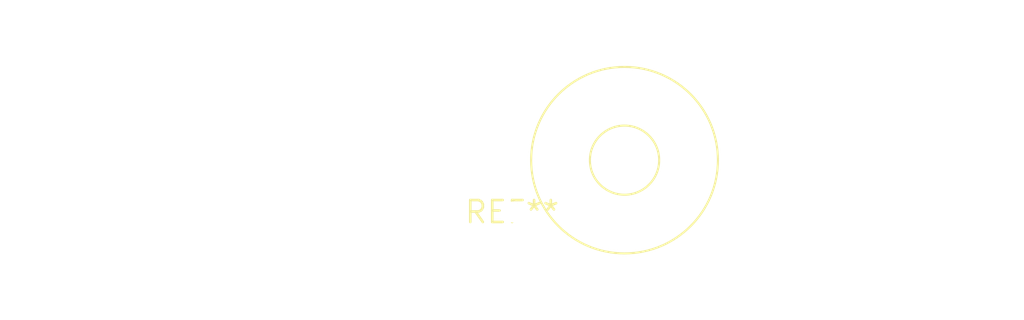
<source format=kicad_pcb>
(kicad_pcb (version 20240108) (generator pcbnew)
  (layers (0 "F.Cu" signal) (31 "B.Cu" signal) (34 "B.Paste" user) (35 "F.Paste" user) (36 "B.SilkS" user "B.Silkscreen") (37 "F.SilkS" user "F.Silkscreen") (38 "B.Mask" user) (39 "F.Mask" user) (44 "Edge.Cuts" user))
  (net 0 "")
  (footprint "Transformer_Toroid_Tapped_Horizontal_D10.5mm_Amidon-T37" (layer "F.Cu") (at 0 0)
    (property "Reference" "REF**")
    (property "Value" "Transformer_Toroid_Tapped_Horizontal_D10.5mm_Amidon-T37")
    (fp_circle (center 6.5 -3) (end 8.5 -3.1) (layer "F.SilkS") (stroke (width 0.12)) (fill none))
    (fp_circle (center 6.5 -3) (end 11.9 -3) (layer "F.SilkS") (stroke (width 0.12)) (fill none))
    (pad "1" thru_hole circle (at 0 0) (size 3 3) (drill 1.2) (layers *.Cu *.Mask) (remove_unused_layers))
    (pad "2" thru_hole circle (at 6.5 4.3) (size 3 3) (drill 1.2) (layers *.Cu *.Mask) (remove_unused_layers))
    (pad "3" thru_hole circle (at 13 0) (size 3 3) (drill 1.2) (layers *.Cu *.Mask) (remove_unused_layers))
    (pad "4" thru_hole circle (at 0 -6) (size 3 3) (drill 1.2) (layers *.Cu *.Mask) (remove_unused_layers))
    (pad "5" thru_hole circle (at 6.5 -10.3) (size 3 3) (drill 1.2) (layers *.Cu *.Mask) (remove_unused_layers))
    (pad "6" thru_hole circle (at 13 -6) (size 3 3) (drill 1.2) (layers *.Cu *.Mask) (remove_unused_layers))
  )
)
</source>
